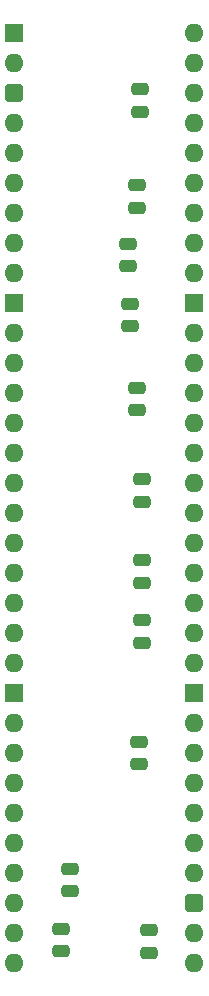
<source format=gbs>
%TF.GenerationSoftware,KiCad,Pcbnew,7.0.5*%
%TF.CreationDate,2024-02-10T20:49:13+02:00*%
%TF.ProjectId,HCP65 MPU Address Decode Wide,48435036-3520-44d5-9055-204164647265,rev?*%
%TF.SameCoordinates,Original*%
%TF.FileFunction,Soldermask,Bot*%
%TF.FilePolarity,Negative*%
%FSLAX46Y46*%
G04 Gerber Fmt 4.6, Leading zero omitted, Abs format (unit mm)*
G04 Created by KiCad (PCBNEW 7.0.5) date 2024-02-10 20:49:13*
%MOMM*%
%LPD*%
G01*
G04 APERTURE LIST*
G04 Aperture macros list*
%AMRoundRect*
0 Rectangle with rounded corners*
0 $1 Rounding radius*
0 $2 $3 $4 $5 $6 $7 $8 $9 X,Y pos of 4 corners*
0 Add a 4 corners polygon primitive as box body*
4,1,4,$2,$3,$4,$5,$6,$7,$8,$9,$2,$3,0*
0 Add four circle primitives for the rounded corners*
1,1,$1+$1,$2,$3*
1,1,$1+$1,$4,$5*
1,1,$1+$1,$6,$7*
1,1,$1+$1,$8,$9*
0 Add four rect primitives between the rounded corners*
20,1,$1+$1,$2,$3,$4,$5,0*
20,1,$1+$1,$4,$5,$6,$7,0*
20,1,$1+$1,$6,$7,$8,$9,0*
20,1,$1+$1,$8,$9,$2,$3,0*%
G04 Aperture macros list end*
%ADD10R,1.600000X1.600000*%
%ADD11O,1.600000X1.600000*%
%ADD12RoundRect,0.400000X-0.400000X-0.400000X0.400000X-0.400000X0.400000X0.400000X-0.400000X0.400000X0*%
%ADD13RoundRect,0.250000X0.475000X-0.250000X0.475000X0.250000X-0.475000X0.250000X-0.475000X-0.250000X0*%
%ADD14RoundRect,0.250000X-0.475000X0.250000X-0.475000X-0.250000X0.475000X-0.250000X0.475000X0.250000X0*%
G04 APERTURE END LIST*
D10*
%TO.C,J2*%
X86360000Y-71120000D03*
D11*
X86360000Y-73660000D03*
D12*
X86360000Y-76200000D03*
D11*
X86360000Y-78740000D03*
X86360000Y-81280000D03*
X86360000Y-83820000D03*
X86360000Y-86360000D03*
X86360000Y-88900000D03*
X86360000Y-91440000D03*
D10*
X86360000Y-93980000D03*
D11*
X86360000Y-96520000D03*
X86360000Y-99060000D03*
X86360000Y-101600000D03*
X86360000Y-104140000D03*
X86360000Y-106680000D03*
X86360000Y-109220000D03*
X86360000Y-111760000D03*
X86360000Y-114300000D03*
X86360000Y-116840000D03*
X86360000Y-119380000D03*
X86360000Y-121920000D03*
X86360000Y-124460000D03*
D10*
X86360000Y-127000000D03*
D11*
X86360000Y-129540000D03*
X86360000Y-132080000D03*
X86360000Y-134620000D03*
X86360000Y-137160000D03*
X86360000Y-139700000D03*
X86360000Y-142240000D03*
X86360000Y-144780000D03*
X86360000Y-147320000D03*
X86360000Y-149860000D03*
X101600000Y-149860000D03*
X101600000Y-147320000D03*
D12*
X101600000Y-144780000D03*
D11*
X101600000Y-142240000D03*
X101600000Y-139700000D03*
X101600000Y-137160000D03*
X101600000Y-134620000D03*
X101600000Y-132080000D03*
X101600000Y-129540000D03*
D10*
X101600000Y-127000000D03*
D11*
X101600000Y-124460000D03*
X101600000Y-121920000D03*
X101600000Y-119380000D03*
X101600000Y-116840000D03*
X101600000Y-114300000D03*
X101600000Y-111760000D03*
X101600000Y-109220000D03*
X101600000Y-106680000D03*
X101600000Y-104140000D03*
X101600000Y-101600000D03*
X101600000Y-99060000D03*
X101600000Y-96520000D03*
D10*
X101600000Y-93980000D03*
D11*
X101600000Y-91440000D03*
X101600000Y-88900000D03*
X101600000Y-86360000D03*
X101600000Y-83820000D03*
X101600000Y-81280000D03*
X101600000Y-78740000D03*
X101600000Y-76200000D03*
X101600000Y-73660000D03*
X101600000Y-71120000D03*
%TD*%
D13*
%TO.C,C45*%
X90297000Y-148889000D03*
X90297000Y-146989000D03*
%TD*%
D14*
%TO.C,C34*%
X96012000Y-88982000D03*
X96012000Y-90882000D03*
%TD*%
%TO.C,C33*%
X97155000Y-120859000D03*
X97155000Y-122759000D03*
%TD*%
D13*
%TO.C,C46*%
X97790000Y-149016000D03*
X97790000Y-147116000D03*
%TD*%
%TO.C,C40*%
X91059000Y-143809000D03*
X91059000Y-141909000D03*
%TD*%
D14*
%TO.C,C37*%
X96139000Y-94062000D03*
X96139000Y-95962000D03*
%TD*%
%TO.C,C36*%
X97028000Y-75901000D03*
X97028000Y-77801000D03*
%TD*%
%TO.C,C35*%
X96774000Y-101174000D03*
X96774000Y-103074000D03*
%TD*%
%TO.C,C38*%
X97155000Y-115779000D03*
X97155000Y-117679000D03*
%TD*%
%TO.C,C39*%
X96901000Y-131146000D03*
X96901000Y-133046000D03*
%TD*%
%TO.C,C31*%
X96774000Y-84029000D03*
X96774000Y-85929000D03*
%TD*%
%TO.C,C32*%
X97155000Y-108921000D03*
X97155000Y-110821000D03*
%TD*%
M02*

</source>
